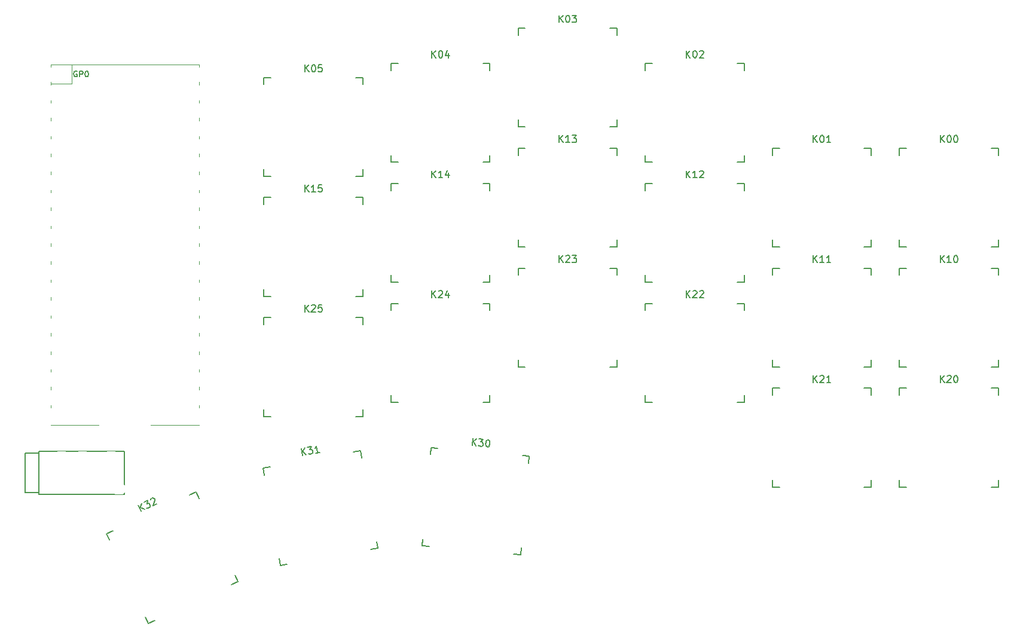
<source format=gbr>
%TF.GenerationSoftware,KiCad,Pcbnew,7.0.5*%
%TF.CreationDate,2023-07-11T21:22:30+02:00*%
%TF.ProjectId,keyboard_pcb,6b657962-6f61-4726-945f-7063622e6b69,rev1.0*%
%TF.SameCoordinates,Original*%
%TF.FileFunction,Legend,Top*%
%TF.FilePolarity,Positive*%
%FSLAX46Y46*%
G04 Gerber Fmt 4.6, Leading zero omitted, Abs format (unit mm)*
G04 Created by KiCad (PCBNEW 7.0.5) date 2023-07-11 21:22:30*
%MOMM*%
%LPD*%
G01*
G04 APERTURE LIST*
%ADD10C,0.150000*%
%ADD11C,0.120000*%
%ADD12C,3.429000*%
%ADD13C,1.701800*%
%ADD14C,3.000000*%
%ADD15C,2.032000*%
%ADD16O,1.500000X1.500000*%
%ADD17O,1.800000X1.800000*%
%ADD18R,3.500000X1.700000*%
%ADD19O,1.700000X1.700000*%
%ADD20R,1.700000X1.700000*%
%ADD21C,0.800000*%
%ADD22O,2.000000X1.600000*%
%ADD23C,2.200000*%
%ADD24C,0.500000*%
G04 APERTURE END LIST*
D10*
%TO.C,K25*%
X104025714Y-86199819D02*
X104025714Y-85199819D01*
X104597142Y-86199819D02*
X104168571Y-85628390D01*
X104597142Y-85199819D02*
X104025714Y-85771247D01*
X104978095Y-85295057D02*
X105025714Y-85247438D01*
X105025714Y-85247438D02*
X105120952Y-85199819D01*
X105120952Y-85199819D02*
X105359047Y-85199819D01*
X105359047Y-85199819D02*
X105454285Y-85247438D01*
X105454285Y-85247438D02*
X105501904Y-85295057D01*
X105501904Y-85295057D02*
X105549523Y-85390295D01*
X105549523Y-85390295D02*
X105549523Y-85485533D01*
X105549523Y-85485533D02*
X105501904Y-85628390D01*
X105501904Y-85628390D02*
X104930476Y-86199819D01*
X104930476Y-86199819D02*
X105549523Y-86199819D01*
X106454285Y-85199819D02*
X105978095Y-85199819D01*
X105978095Y-85199819D02*
X105930476Y-85676009D01*
X105930476Y-85676009D02*
X105978095Y-85628390D01*
X105978095Y-85628390D02*
X106073333Y-85580771D01*
X106073333Y-85580771D02*
X106311428Y-85580771D01*
X106311428Y-85580771D02*
X106406666Y-85628390D01*
X106406666Y-85628390D02*
X106454285Y-85676009D01*
X106454285Y-85676009D02*
X106501904Y-85771247D01*
X106501904Y-85771247D02*
X106501904Y-86009342D01*
X106501904Y-86009342D02*
X106454285Y-86104580D01*
X106454285Y-86104580D02*
X106406666Y-86152200D01*
X106406666Y-86152200D02*
X106311428Y-86199819D01*
X106311428Y-86199819D02*
X106073333Y-86199819D01*
X106073333Y-86199819D02*
X105978095Y-86152200D01*
X105978095Y-86152200D02*
X105930476Y-86104580D01*
%TO.C,K24*%
X122025714Y-84199819D02*
X122025714Y-83199819D01*
X122597142Y-84199819D02*
X122168571Y-83628390D01*
X122597142Y-83199819D02*
X122025714Y-83771247D01*
X122978095Y-83295057D02*
X123025714Y-83247438D01*
X123025714Y-83247438D02*
X123120952Y-83199819D01*
X123120952Y-83199819D02*
X123359047Y-83199819D01*
X123359047Y-83199819D02*
X123454285Y-83247438D01*
X123454285Y-83247438D02*
X123501904Y-83295057D01*
X123501904Y-83295057D02*
X123549523Y-83390295D01*
X123549523Y-83390295D02*
X123549523Y-83485533D01*
X123549523Y-83485533D02*
X123501904Y-83628390D01*
X123501904Y-83628390D02*
X122930476Y-84199819D01*
X122930476Y-84199819D02*
X123549523Y-84199819D01*
X124406666Y-83533152D02*
X124406666Y-84199819D01*
X124168571Y-83152200D02*
X123930476Y-83866485D01*
X123930476Y-83866485D02*
X124549523Y-83866485D01*
%TO.C,K21*%
X176025714Y-96199819D02*
X176025714Y-95199819D01*
X176597142Y-96199819D02*
X176168571Y-95628390D01*
X176597142Y-95199819D02*
X176025714Y-95771247D01*
X176978095Y-95295057D02*
X177025714Y-95247438D01*
X177025714Y-95247438D02*
X177120952Y-95199819D01*
X177120952Y-95199819D02*
X177359047Y-95199819D01*
X177359047Y-95199819D02*
X177454285Y-95247438D01*
X177454285Y-95247438D02*
X177501904Y-95295057D01*
X177501904Y-95295057D02*
X177549523Y-95390295D01*
X177549523Y-95390295D02*
X177549523Y-95485533D01*
X177549523Y-95485533D02*
X177501904Y-95628390D01*
X177501904Y-95628390D02*
X176930476Y-96199819D01*
X176930476Y-96199819D02*
X177549523Y-96199819D01*
X178501904Y-96199819D02*
X177930476Y-96199819D01*
X178216190Y-96199819D02*
X178216190Y-95199819D01*
X178216190Y-95199819D02*
X178120952Y-95342676D01*
X178120952Y-95342676D02*
X178025714Y-95437914D01*
X178025714Y-95437914D02*
X177930476Y-95485533D01*
%TO.C,K02*%
X158025714Y-50199819D02*
X158025714Y-49199819D01*
X158597142Y-50199819D02*
X158168571Y-49628390D01*
X158597142Y-49199819D02*
X158025714Y-49771247D01*
X159216190Y-49199819D02*
X159311428Y-49199819D01*
X159311428Y-49199819D02*
X159406666Y-49247438D01*
X159406666Y-49247438D02*
X159454285Y-49295057D01*
X159454285Y-49295057D02*
X159501904Y-49390295D01*
X159501904Y-49390295D02*
X159549523Y-49580771D01*
X159549523Y-49580771D02*
X159549523Y-49818866D01*
X159549523Y-49818866D02*
X159501904Y-50009342D01*
X159501904Y-50009342D02*
X159454285Y-50104580D01*
X159454285Y-50104580D02*
X159406666Y-50152200D01*
X159406666Y-50152200D02*
X159311428Y-50199819D01*
X159311428Y-50199819D02*
X159216190Y-50199819D01*
X159216190Y-50199819D02*
X159120952Y-50152200D01*
X159120952Y-50152200D02*
X159073333Y-50104580D01*
X159073333Y-50104580D02*
X159025714Y-50009342D01*
X159025714Y-50009342D02*
X158978095Y-49818866D01*
X158978095Y-49818866D02*
X158978095Y-49580771D01*
X158978095Y-49580771D02*
X159025714Y-49390295D01*
X159025714Y-49390295D02*
X159073333Y-49295057D01*
X159073333Y-49295057D02*
X159120952Y-49247438D01*
X159120952Y-49247438D02*
X159216190Y-49199819D01*
X159930476Y-49295057D02*
X159978095Y-49247438D01*
X159978095Y-49247438D02*
X160073333Y-49199819D01*
X160073333Y-49199819D02*
X160311428Y-49199819D01*
X160311428Y-49199819D02*
X160406666Y-49247438D01*
X160406666Y-49247438D02*
X160454285Y-49295057D01*
X160454285Y-49295057D02*
X160501904Y-49390295D01*
X160501904Y-49390295D02*
X160501904Y-49485533D01*
X160501904Y-49485533D02*
X160454285Y-49628390D01*
X160454285Y-49628390D02*
X159882857Y-50199819D01*
X159882857Y-50199819D02*
X160501904Y-50199819D01*
%TO.C,K10*%
X194025714Y-79199819D02*
X194025714Y-78199819D01*
X194597142Y-79199819D02*
X194168571Y-78628390D01*
X194597142Y-78199819D02*
X194025714Y-78771247D01*
X195549523Y-79199819D02*
X194978095Y-79199819D01*
X195263809Y-79199819D02*
X195263809Y-78199819D01*
X195263809Y-78199819D02*
X195168571Y-78342676D01*
X195168571Y-78342676D02*
X195073333Y-78437914D01*
X195073333Y-78437914D02*
X194978095Y-78485533D01*
X196168571Y-78199819D02*
X196263809Y-78199819D01*
X196263809Y-78199819D02*
X196359047Y-78247438D01*
X196359047Y-78247438D02*
X196406666Y-78295057D01*
X196406666Y-78295057D02*
X196454285Y-78390295D01*
X196454285Y-78390295D02*
X196501904Y-78580771D01*
X196501904Y-78580771D02*
X196501904Y-78818866D01*
X196501904Y-78818866D02*
X196454285Y-79009342D01*
X196454285Y-79009342D02*
X196406666Y-79104580D01*
X196406666Y-79104580D02*
X196359047Y-79152200D01*
X196359047Y-79152200D02*
X196263809Y-79199819D01*
X196263809Y-79199819D02*
X196168571Y-79199819D01*
X196168571Y-79199819D02*
X196073333Y-79152200D01*
X196073333Y-79152200D02*
X196025714Y-79104580D01*
X196025714Y-79104580D02*
X195978095Y-79009342D01*
X195978095Y-79009342D02*
X195930476Y-78818866D01*
X195930476Y-78818866D02*
X195930476Y-78580771D01*
X195930476Y-78580771D02*
X195978095Y-78390295D01*
X195978095Y-78390295D02*
X196025714Y-78295057D01*
X196025714Y-78295057D02*
X196073333Y-78247438D01*
X196073333Y-78247438D02*
X196168571Y-78199819D01*
%TO.C,U2*%
X71762171Y-52141890D02*
X71685981Y-52103795D01*
X71685981Y-52103795D02*
X71571695Y-52103795D01*
X71571695Y-52103795D02*
X71457409Y-52141890D01*
X71457409Y-52141890D02*
X71381219Y-52218080D01*
X71381219Y-52218080D02*
X71343124Y-52294271D01*
X71343124Y-52294271D02*
X71305028Y-52446652D01*
X71305028Y-52446652D02*
X71305028Y-52560938D01*
X71305028Y-52560938D02*
X71343124Y-52713319D01*
X71343124Y-52713319D02*
X71381219Y-52789509D01*
X71381219Y-52789509D02*
X71457409Y-52865700D01*
X71457409Y-52865700D02*
X71571695Y-52903795D01*
X71571695Y-52903795D02*
X71647886Y-52903795D01*
X71647886Y-52903795D02*
X71762171Y-52865700D01*
X71762171Y-52865700D02*
X71800267Y-52827604D01*
X71800267Y-52827604D02*
X71800267Y-52560938D01*
X71800267Y-52560938D02*
X71647886Y-52560938D01*
X72143124Y-52903795D02*
X72143124Y-52103795D01*
X72143124Y-52103795D02*
X72447886Y-52103795D01*
X72447886Y-52103795D02*
X72524076Y-52141890D01*
X72524076Y-52141890D02*
X72562171Y-52179985D01*
X72562171Y-52179985D02*
X72600267Y-52256176D01*
X72600267Y-52256176D02*
X72600267Y-52370461D01*
X72600267Y-52370461D02*
X72562171Y-52446652D01*
X72562171Y-52446652D02*
X72524076Y-52484747D01*
X72524076Y-52484747D02*
X72447886Y-52522842D01*
X72447886Y-52522842D02*
X72143124Y-52522842D01*
X73095505Y-52103795D02*
X73171695Y-52103795D01*
X73171695Y-52103795D02*
X73247886Y-52141890D01*
X73247886Y-52141890D02*
X73285981Y-52179985D01*
X73285981Y-52179985D02*
X73324076Y-52256176D01*
X73324076Y-52256176D02*
X73362171Y-52408557D01*
X73362171Y-52408557D02*
X73362171Y-52599033D01*
X73362171Y-52599033D02*
X73324076Y-52751414D01*
X73324076Y-52751414D02*
X73285981Y-52827604D01*
X73285981Y-52827604D02*
X73247886Y-52865700D01*
X73247886Y-52865700D02*
X73171695Y-52903795D01*
X73171695Y-52903795D02*
X73095505Y-52903795D01*
X73095505Y-52903795D02*
X73019314Y-52865700D01*
X73019314Y-52865700D02*
X72981219Y-52827604D01*
X72981219Y-52827604D02*
X72943124Y-52751414D01*
X72943124Y-52751414D02*
X72905028Y-52599033D01*
X72905028Y-52599033D02*
X72905028Y-52408557D01*
X72905028Y-52408557D02*
X72943124Y-52256176D01*
X72943124Y-52256176D02*
X72981219Y-52179985D01*
X72981219Y-52179985D02*
X73019314Y-52141890D01*
X73019314Y-52141890D02*
X73095505Y-52103795D01*
%TO.C,K04*%
X122025714Y-50199819D02*
X122025714Y-49199819D01*
X122597142Y-50199819D02*
X122168571Y-49628390D01*
X122597142Y-49199819D02*
X122025714Y-49771247D01*
X123216190Y-49199819D02*
X123311428Y-49199819D01*
X123311428Y-49199819D02*
X123406666Y-49247438D01*
X123406666Y-49247438D02*
X123454285Y-49295057D01*
X123454285Y-49295057D02*
X123501904Y-49390295D01*
X123501904Y-49390295D02*
X123549523Y-49580771D01*
X123549523Y-49580771D02*
X123549523Y-49818866D01*
X123549523Y-49818866D02*
X123501904Y-50009342D01*
X123501904Y-50009342D02*
X123454285Y-50104580D01*
X123454285Y-50104580D02*
X123406666Y-50152200D01*
X123406666Y-50152200D02*
X123311428Y-50199819D01*
X123311428Y-50199819D02*
X123216190Y-50199819D01*
X123216190Y-50199819D02*
X123120952Y-50152200D01*
X123120952Y-50152200D02*
X123073333Y-50104580D01*
X123073333Y-50104580D02*
X123025714Y-50009342D01*
X123025714Y-50009342D02*
X122978095Y-49818866D01*
X122978095Y-49818866D02*
X122978095Y-49580771D01*
X122978095Y-49580771D02*
X123025714Y-49390295D01*
X123025714Y-49390295D02*
X123073333Y-49295057D01*
X123073333Y-49295057D02*
X123120952Y-49247438D01*
X123120952Y-49247438D02*
X123216190Y-49199819D01*
X124406666Y-49533152D02*
X124406666Y-50199819D01*
X124168571Y-49152200D02*
X123930476Y-49866485D01*
X123930476Y-49866485D02*
X124549523Y-49866485D01*
%TO.C,K12*%
X158025714Y-67199819D02*
X158025714Y-66199819D01*
X158597142Y-67199819D02*
X158168571Y-66628390D01*
X158597142Y-66199819D02*
X158025714Y-66771247D01*
X159549523Y-67199819D02*
X158978095Y-67199819D01*
X159263809Y-67199819D02*
X159263809Y-66199819D01*
X159263809Y-66199819D02*
X159168571Y-66342676D01*
X159168571Y-66342676D02*
X159073333Y-66437914D01*
X159073333Y-66437914D02*
X158978095Y-66485533D01*
X159930476Y-66295057D02*
X159978095Y-66247438D01*
X159978095Y-66247438D02*
X160073333Y-66199819D01*
X160073333Y-66199819D02*
X160311428Y-66199819D01*
X160311428Y-66199819D02*
X160406666Y-66247438D01*
X160406666Y-66247438D02*
X160454285Y-66295057D01*
X160454285Y-66295057D02*
X160501904Y-66390295D01*
X160501904Y-66390295D02*
X160501904Y-66485533D01*
X160501904Y-66485533D02*
X160454285Y-66628390D01*
X160454285Y-66628390D02*
X159882857Y-67199819D01*
X159882857Y-67199819D02*
X160501904Y-67199819D01*
%TO.C,K30*%
X127710165Y-105123669D02*
X127797321Y-104127474D01*
X128279419Y-105173472D02*
X127902282Y-104566866D01*
X128366575Y-104177277D02*
X127747518Y-104696728D01*
X128698640Y-104206329D02*
X129315332Y-104260283D01*
X129315332Y-104260283D02*
X128950065Y-104610734D01*
X128950065Y-104610734D02*
X129092379Y-104623185D01*
X129092379Y-104623185D02*
X129183104Y-104678923D01*
X129183104Y-104678923D02*
X129226392Y-104730511D01*
X129226392Y-104730511D02*
X129265529Y-104829537D01*
X129265529Y-104829537D02*
X129244777Y-105066726D01*
X129244777Y-105066726D02*
X129189039Y-105157452D01*
X129189039Y-105157452D02*
X129137451Y-105200739D01*
X129137451Y-105200739D02*
X129038425Y-105239877D01*
X129038425Y-105239877D02*
X128753798Y-105214975D01*
X128753798Y-105214975D02*
X128663072Y-105159236D01*
X128663072Y-105159236D02*
X128619785Y-105107648D01*
X129932024Y-104314236D02*
X130026900Y-104322537D01*
X130026900Y-104322537D02*
X130117625Y-104378275D01*
X130117625Y-104378275D02*
X130160913Y-104429864D01*
X130160913Y-104429864D02*
X130200050Y-104528889D01*
X130200050Y-104528889D02*
X130230887Y-104722791D01*
X130230887Y-104722791D02*
X130210135Y-104959980D01*
X130210135Y-104959980D02*
X130146096Y-105145581D01*
X130146096Y-105145581D02*
X130090358Y-105236307D01*
X130090358Y-105236307D02*
X130038770Y-105279594D01*
X130038770Y-105279594D02*
X129939744Y-105318732D01*
X129939744Y-105318732D02*
X129844868Y-105310431D01*
X129844868Y-105310431D02*
X129754143Y-105254693D01*
X129754143Y-105254693D02*
X129710855Y-105203105D01*
X129710855Y-105203105D02*
X129671718Y-105104079D01*
X129671718Y-105104079D02*
X129640881Y-104910177D01*
X129640881Y-104910177D02*
X129661633Y-104672988D01*
X129661633Y-104672988D02*
X129725672Y-104487387D01*
X129725672Y-104487387D02*
X129781410Y-104396661D01*
X129781410Y-104396661D02*
X129832998Y-104353374D01*
X129832998Y-104353374D02*
X129932024Y-104314236D01*
%TO.C,K01*%
X176025714Y-62199819D02*
X176025714Y-61199819D01*
X176597142Y-62199819D02*
X176168571Y-61628390D01*
X176597142Y-61199819D02*
X176025714Y-61771247D01*
X177216190Y-61199819D02*
X177311428Y-61199819D01*
X177311428Y-61199819D02*
X177406666Y-61247438D01*
X177406666Y-61247438D02*
X177454285Y-61295057D01*
X177454285Y-61295057D02*
X177501904Y-61390295D01*
X177501904Y-61390295D02*
X177549523Y-61580771D01*
X177549523Y-61580771D02*
X177549523Y-61818866D01*
X177549523Y-61818866D02*
X177501904Y-62009342D01*
X177501904Y-62009342D02*
X177454285Y-62104580D01*
X177454285Y-62104580D02*
X177406666Y-62152200D01*
X177406666Y-62152200D02*
X177311428Y-62199819D01*
X177311428Y-62199819D02*
X177216190Y-62199819D01*
X177216190Y-62199819D02*
X177120952Y-62152200D01*
X177120952Y-62152200D02*
X177073333Y-62104580D01*
X177073333Y-62104580D02*
X177025714Y-62009342D01*
X177025714Y-62009342D02*
X176978095Y-61818866D01*
X176978095Y-61818866D02*
X176978095Y-61580771D01*
X176978095Y-61580771D02*
X177025714Y-61390295D01*
X177025714Y-61390295D02*
X177073333Y-61295057D01*
X177073333Y-61295057D02*
X177120952Y-61247438D01*
X177120952Y-61247438D02*
X177216190Y-61199819D01*
X178501904Y-62199819D02*
X177930476Y-62199819D01*
X178216190Y-62199819D02*
X178216190Y-61199819D01*
X178216190Y-61199819D02*
X178120952Y-61342676D01*
X178120952Y-61342676D02*
X178025714Y-61437914D01*
X178025714Y-61437914D02*
X177930476Y-61485533D01*
%TO.C,K14*%
X122025714Y-67199819D02*
X122025714Y-66199819D01*
X122597142Y-67199819D02*
X122168571Y-66628390D01*
X122597142Y-66199819D02*
X122025714Y-66771247D01*
X123549523Y-67199819D02*
X122978095Y-67199819D01*
X123263809Y-67199819D02*
X123263809Y-66199819D01*
X123263809Y-66199819D02*
X123168571Y-66342676D01*
X123168571Y-66342676D02*
X123073333Y-66437914D01*
X123073333Y-66437914D02*
X122978095Y-66485533D01*
X124406666Y-66533152D02*
X124406666Y-67199819D01*
X124168571Y-66152200D02*
X123930476Y-66866485D01*
X123930476Y-66866485D02*
X124549523Y-66866485D01*
%TO.C,K23*%
X140025714Y-79199819D02*
X140025714Y-78199819D01*
X140597142Y-79199819D02*
X140168571Y-78628390D01*
X140597142Y-78199819D02*
X140025714Y-78771247D01*
X140978095Y-78295057D02*
X141025714Y-78247438D01*
X141025714Y-78247438D02*
X141120952Y-78199819D01*
X141120952Y-78199819D02*
X141359047Y-78199819D01*
X141359047Y-78199819D02*
X141454285Y-78247438D01*
X141454285Y-78247438D02*
X141501904Y-78295057D01*
X141501904Y-78295057D02*
X141549523Y-78390295D01*
X141549523Y-78390295D02*
X141549523Y-78485533D01*
X141549523Y-78485533D02*
X141501904Y-78628390D01*
X141501904Y-78628390D02*
X140930476Y-79199819D01*
X140930476Y-79199819D02*
X141549523Y-79199819D01*
X141882857Y-78199819D02*
X142501904Y-78199819D01*
X142501904Y-78199819D02*
X142168571Y-78580771D01*
X142168571Y-78580771D02*
X142311428Y-78580771D01*
X142311428Y-78580771D02*
X142406666Y-78628390D01*
X142406666Y-78628390D02*
X142454285Y-78676009D01*
X142454285Y-78676009D02*
X142501904Y-78771247D01*
X142501904Y-78771247D02*
X142501904Y-79009342D01*
X142501904Y-79009342D02*
X142454285Y-79104580D01*
X142454285Y-79104580D02*
X142406666Y-79152200D01*
X142406666Y-79152200D02*
X142311428Y-79199819D01*
X142311428Y-79199819D02*
X142025714Y-79199819D01*
X142025714Y-79199819D02*
X141930476Y-79152200D01*
X141930476Y-79152200D02*
X141882857Y-79104580D01*
%TO.C,K03*%
X140025714Y-45199819D02*
X140025714Y-44199819D01*
X140597142Y-45199819D02*
X140168571Y-44628390D01*
X140597142Y-44199819D02*
X140025714Y-44771247D01*
X141216190Y-44199819D02*
X141311428Y-44199819D01*
X141311428Y-44199819D02*
X141406666Y-44247438D01*
X141406666Y-44247438D02*
X141454285Y-44295057D01*
X141454285Y-44295057D02*
X141501904Y-44390295D01*
X141501904Y-44390295D02*
X141549523Y-44580771D01*
X141549523Y-44580771D02*
X141549523Y-44818866D01*
X141549523Y-44818866D02*
X141501904Y-45009342D01*
X141501904Y-45009342D02*
X141454285Y-45104580D01*
X141454285Y-45104580D02*
X141406666Y-45152200D01*
X141406666Y-45152200D02*
X141311428Y-45199819D01*
X141311428Y-45199819D02*
X141216190Y-45199819D01*
X141216190Y-45199819D02*
X141120952Y-45152200D01*
X141120952Y-45152200D02*
X141073333Y-45104580D01*
X141073333Y-45104580D02*
X141025714Y-45009342D01*
X141025714Y-45009342D02*
X140978095Y-44818866D01*
X140978095Y-44818866D02*
X140978095Y-44580771D01*
X140978095Y-44580771D02*
X141025714Y-44390295D01*
X141025714Y-44390295D02*
X141073333Y-44295057D01*
X141073333Y-44295057D02*
X141120952Y-44247438D01*
X141120952Y-44247438D02*
X141216190Y-44199819D01*
X141882857Y-44199819D02*
X142501904Y-44199819D01*
X142501904Y-44199819D02*
X142168571Y-44580771D01*
X142168571Y-44580771D02*
X142311428Y-44580771D01*
X142311428Y-44580771D02*
X142406666Y-44628390D01*
X142406666Y-44628390D02*
X142454285Y-44676009D01*
X142454285Y-44676009D02*
X142501904Y-44771247D01*
X142501904Y-44771247D02*
X142501904Y-45009342D01*
X142501904Y-45009342D02*
X142454285Y-45104580D01*
X142454285Y-45104580D02*
X142406666Y-45152200D01*
X142406666Y-45152200D02*
X142311428Y-45199819D01*
X142311428Y-45199819D02*
X142025714Y-45199819D01*
X142025714Y-45199819D02*
X141930476Y-45152200D01*
X141930476Y-45152200D02*
X141882857Y-45104580D01*
%TO.C,K22*%
X158025714Y-84199819D02*
X158025714Y-83199819D01*
X158597142Y-84199819D02*
X158168571Y-83628390D01*
X158597142Y-83199819D02*
X158025714Y-83771247D01*
X158978095Y-83295057D02*
X159025714Y-83247438D01*
X159025714Y-83247438D02*
X159120952Y-83199819D01*
X159120952Y-83199819D02*
X159359047Y-83199819D01*
X159359047Y-83199819D02*
X159454285Y-83247438D01*
X159454285Y-83247438D02*
X159501904Y-83295057D01*
X159501904Y-83295057D02*
X159549523Y-83390295D01*
X159549523Y-83390295D02*
X159549523Y-83485533D01*
X159549523Y-83485533D02*
X159501904Y-83628390D01*
X159501904Y-83628390D02*
X158930476Y-84199819D01*
X158930476Y-84199819D02*
X159549523Y-84199819D01*
X159930476Y-83295057D02*
X159978095Y-83247438D01*
X159978095Y-83247438D02*
X160073333Y-83199819D01*
X160073333Y-83199819D02*
X160311428Y-83199819D01*
X160311428Y-83199819D02*
X160406666Y-83247438D01*
X160406666Y-83247438D02*
X160454285Y-83295057D01*
X160454285Y-83295057D02*
X160501904Y-83390295D01*
X160501904Y-83390295D02*
X160501904Y-83485533D01*
X160501904Y-83485533D02*
X160454285Y-83628390D01*
X160454285Y-83628390D02*
X159882857Y-84199819D01*
X159882857Y-84199819D02*
X160501904Y-84199819D01*
%TO.C,K15*%
X104025714Y-69199819D02*
X104025714Y-68199819D01*
X104597142Y-69199819D02*
X104168571Y-68628390D01*
X104597142Y-68199819D02*
X104025714Y-68771247D01*
X105549523Y-69199819D02*
X104978095Y-69199819D01*
X105263809Y-69199819D02*
X105263809Y-68199819D01*
X105263809Y-68199819D02*
X105168571Y-68342676D01*
X105168571Y-68342676D02*
X105073333Y-68437914D01*
X105073333Y-68437914D02*
X104978095Y-68485533D01*
X106454285Y-68199819D02*
X105978095Y-68199819D01*
X105978095Y-68199819D02*
X105930476Y-68676009D01*
X105930476Y-68676009D02*
X105978095Y-68628390D01*
X105978095Y-68628390D02*
X106073333Y-68580771D01*
X106073333Y-68580771D02*
X106311428Y-68580771D01*
X106311428Y-68580771D02*
X106406666Y-68628390D01*
X106406666Y-68628390D02*
X106454285Y-68676009D01*
X106454285Y-68676009D02*
X106501904Y-68771247D01*
X106501904Y-68771247D02*
X106501904Y-69009342D01*
X106501904Y-69009342D02*
X106454285Y-69104580D01*
X106454285Y-69104580D02*
X106406666Y-69152200D01*
X106406666Y-69152200D02*
X106311428Y-69199819D01*
X106311428Y-69199819D02*
X106073333Y-69199819D01*
X106073333Y-69199819D02*
X105978095Y-69152200D01*
X105978095Y-69152200D02*
X105930476Y-69104580D01*
%TO.C,K32*%
X80842984Y-114443814D02*
X80420365Y-113537506D01*
X81360874Y-114202318D02*
X80730960Y-113865550D01*
X80938256Y-113296010D02*
X80661862Y-114055396D01*
X81240358Y-113155137D02*
X81801406Y-112893516D01*
X81801406Y-112893516D02*
X81660301Y-113379649D01*
X81660301Y-113379649D02*
X81789773Y-113319275D01*
X81789773Y-113319275D02*
X81896213Y-113322183D01*
X81896213Y-113322183D02*
X81959495Y-113345216D01*
X81959495Y-113345216D02*
X82042902Y-113411407D01*
X82042902Y-113411407D02*
X82143525Y-113627194D01*
X82143525Y-113627194D02*
X82140617Y-113733634D01*
X82140617Y-113733634D02*
X82117584Y-113796916D01*
X82117584Y-113796916D02*
X82051394Y-113880323D01*
X82051394Y-113880323D02*
X81792449Y-114001071D01*
X81792449Y-114001071D02*
X81686009Y-113998163D01*
X81686009Y-113998163D02*
X81622727Y-113975130D01*
X82186915Y-112818834D02*
X82209948Y-112755552D01*
X82209948Y-112755552D02*
X82276139Y-112672145D01*
X82276139Y-112672145D02*
X82491926Y-112571521D01*
X82491926Y-112571521D02*
X82598366Y-112574430D01*
X82598366Y-112574430D02*
X82661648Y-112597462D01*
X82661648Y-112597462D02*
X82745055Y-112663653D01*
X82745055Y-112663653D02*
X82785304Y-112749968D01*
X82785304Y-112749968D02*
X82802521Y-112899565D01*
X82802521Y-112899565D02*
X82526127Y-113658951D01*
X82526127Y-113658951D02*
X83087174Y-113397331D01*
%TO.C,K11*%
X176025714Y-79199819D02*
X176025714Y-78199819D01*
X176597142Y-79199819D02*
X176168571Y-78628390D01*
X176597142Y-78199819D02*
X176025714Y-78771247D01*
X177549523Y-79199819D02*
X176978095Y-79199819D01*
X177263809Y-79199819D02*
X177263809Y-78199819D01*
X177263809Y-78199819D02*
X177168571Y-78342676D01*
X177168571Y-78342676D02*
X177073333Y-78437914D01*
X177073333Y-78437914D02*
X176978095Y-78485533D01*
X178501904Y-79199819D02*
X177930476Y-79199819D01*
X178216190Y-79199819D02*
X178216190Y-78199819D01*
X178216190Y-78199819D02*
X178120952Y-78342676D01*
X178120952Y-78342676D02*
X178025714Y-78437914D01*
X178025714Y-78437914D02*
X177930476Y-78485533D01*
%TO.C,K05*%
X104025714Y-52199819D02*
X104025714Y-51199819D01*
X104597142Y-52199819D02*
X104168571Y-51628390D01*
X104597142Y-51199819D02*
X104025714Y-51771247D01*
X105216190Y-51199819D02*
X105311428Y-51199819D01*
X105311428Y-51199819D02*
X105406666Y-51247438D01*
X105406666Y-51247438D02*
X105454285Y-51295057D01*
X105454285Y-51295057D02*
X105501904Y-51390295D01*
X105501904Y-51390295D02*
X105549523Y-51580771D01*
X105549523Y-51580771D02*
X105549523Y-51818866D01*
X105549523Y-51818866D02*
X105501904Y-52009342D01*
X105501904Y-52009342D02*
X105454285Y-52104580D01*
X105454285Y-52104580D02*
X105406666Y-52152200D01*
X105406666Y-52152200D02*
X105311428Y-52199819D01*
X105311428Y-52199819D02*
X105216190Y-52199819D01*
X105216190Y-52199819D02*
X105120952Y-52152200D01*
X105120952Y-52152200D02*
X105073333Y-52104580D01*
X105073333Y-52104580D02*
X105025714Y-52009342D01*
X105025714Y-52009342D02*
X104978095Y-51818866D01*
X104978095Y-51818866D02*
X104978095Y-51580771D01*
X104978095Y-51580771D02*
X105025714Y-51390295D01*
X105025714Y-51390295D02*
X105073333Y-51295057D01*
X105073333Y-51295057D02*
X105120952Y-51247438D01*
X105120952Y-51247438D02*
X105216190Y-51199819D01*
X106454285Y-51199819D02*
X105978095Y-51199819D01*
X105978095Y-51199819D02*
X105930476Y-51676009D01*
X105930476Y-51676009D02*
X105978095Y-51628390D01*
X105978095Y-51628390D02*
X106073333Y-51580771D01*
X106073333Y-51580771D02*
X106311428Y-51580771D01*
X106311428Y-51580771D02*
X106406666Y-51628390D01*
X106406666Y-51628390D02*
X106454285Y-51676009D01*
X106454285Y-51676009D02*
X106501904Y-51771247D01*
X106501904Y-51771247D02*
X106501904Y-52009342D01*
X106501904Y-52009342D02*
X106454285Y-52104580D01*
X106454285Y-52104580D02*
X106406666Y-52152200D01*
X106406666Y-52152200D02*
X106311428Y-52199819D01*
X106311428Y-52199819D02*
X106073333Y-52199819D01*
X106073333Y-52199819D02*
X105978095Y-52152200D01*
X105978095Y-52152200D02*
X105930476Y-52104580D01*
%TO.C,K20*%
X194025714Y-96199819D02*
X194025714Y-95199819D01*
X194597142Y-96199819D02*
X194168571Y-95628390D01*
X194597142Y-95199819D02*
X194025714Y-95771247D01*
X194978095Y-95295057D02*
X195025714Y-95247438D01*
X195025714Y-95247438D02*
X195120952Y-95199819D01*
X195120952Y-95199819D02*
X195359047Y-95199819D01*
X195359047Y-95199819D02*
X195454285Y-95247438D01*
X195454285Y-95247438D02*
X195501904Y-95295057D01*
X195501904Y-95295057D02*
X195549523Y-95390295D01*
X195549523Y-95390295D02*
X195549523Y-95485533D01*
X195549523Y-95485533D02*
X195501904Y-95628390D01*
X195501904Y-95628390D02*
X194930476Y-96199819D01*
X194930476Y-96199819D02*
X195549523Y-96199819D01*
X196168571Y-95199819D02*
X196263809Y-95199819D01*
X196263809Y-95199819D02*
X196359047Y-95247438D01*
X196359047Y-95247438D02*
X196406666Y-95295057D01*
X196406666Y-95295057D02*
X196454285Y-95390295D01*
X196454285Y-95390295D02*
X196501904Y-95580771D01*
X196501904Y-95580771D02*
X196501904Y-95818866D01*
X196501904Y-95818866D02*
X196454285Y-96009342D01*
X196454285Y-96009342D02*
X196406666Y-96104580D01*
X196406666Y-96104580D02*
X196359047Y-96152200D01*
X196359047Y-96152200D02*
X196263809Y-96199819D01*
X196263809Y-96199819D02*
X196168571Y-96199819D01*
X196168571Y-96199819D02*
X196073333Y-96152200D01*
X196073333Y-96152200D02*
X196025714Y-96104580D01*
X196025714Y-96104580D02*
X195978095Y-96009342D01*
X195978095Y-96009342D02*
X195930476Y-95818866D01*
X195930476Y-95818866D02*
X195930476Y-95580771D01*
X195930476Y-95580771D02*
X195978095Y-95390295D01*
X195978095Y-95390295D02*
X196025714Y-95295057D01*
X196025714Y-95295057D02*
X196073333Y-95247438D01*
X196073333Y-95247438D02*
X196168571Y-95199819D01*
%TO.C,K13*%
X140025714Y-62199819D02*
X140025714Y-61199819D01*
X140597142Y-62199819D02*
X140168571Y-61628390D01*
X140597142Y-61199819D02*
X140025714Y-61771247D01*
X141549523Y-62199819D02*
X140978095Y-62199819D01*
X141263809Y-62199819D02*
X141263809Y-61199819D01*
X141263809Y-61199819D02*
X141168571Y-61342676D01*
X141168571Y-61342676D02*
X141073333Y-61437914D01*
X141073333Y-61437914D02*
X140978095Y-61485533D01*
X141882857Y-61199819D02*
X142501904Y-61199819D01*
X142501904Y-61199819D02*
X142168571Y-61580771D01*
X142168571Y-61580771D02*
X142311428Y-61580771D01*
X142311428Y-61580771D02*
X142406666Y-61628390D01*
X142406666Y-61628390D02*
X142454285Y-61676009D01*
X142454285Y-61676009D02*
X142501904Y-61771247D01*
X142501904Y-61771247D02*
X142501904Y-62009342D01*
X142501904Y-62009342D02*
X142454285Y-62104580D01*
X142454285Y-62104580D02*
X142406666Y-62152200D01*
X142406666Y-62152200D02*
X142311428Y-62199819D01*
X142311428Y-62199819D02*
X142025714Y-62199819D01*
X142025714Y-62199819D02*
X141930476Y-62152200D01*
X141930476Y-62152200D02*
X141882857Y-62104580D01*
%TO.C,K00*%
X194025714Y-62199819D02*
X194025714Y-61199819D01*
X194597142Y-62199819D02*
X194168571Y-61628390D01*
X194597142Y-61199819D02*
X194025714Y-61771247D01*
X195216190Y-61199819D02*
X195311428Y-61199819D01*
X195311428Y-61199819D02*
X195406666Y-61247438D01*
X195406666Y-61247438D02*
X195454285Y-61295057D01*
X195454285Y-61295057D02*
X195501904Y-61390295D01*
X195501904Y-61390295D02*
X195549523Y-61580771D01*
X195549523Y-61580771D02*
X195549523Y-61818866D01*
X195549523Y-61818866D02*
X195501904Y-62009342D01*
X195501904Y-62009342D02*
X195454285Y-62104580D01*
X195454285Y-62104580D02*
X195406666Y-62152200D01*
X195406666Y-62152200D02*
X195311428Y-62199819D01*
X195311428Y-62199819D02*
X195216190Y-62199819D01*
X195216190Y-62199819D02*
X195120952Y-62152200D01*
X195120952Y-62152200D02*
X195073333Y-62104580D01*
X195073333Y-62104580D02*
X195025714Y-62009342D01*
X195025714Y-62009342D02*
X194978095Y-61818866D01*
X194978095Y-61818866D02*
X194978095Y-61580771D01*
X194978095Y-61580771D02*
X195025714Y-61390295D01*
X195025714Y-61390295D02*
X195073333Y-61295057D01*
X195073333Y-61295057D02*
X195120952Y-61247438D01*
X195120952Y-61247438D02*
X195216190Y-61199819D01*
X196168571Y-61199819D02*
X196263809Y-61199819D01*
X196263809Y-61199819D02*
X196359047Y-61247438D01*
X196359047Y-61247438D02*
X196406666Y-61295057D01*
X196406666Y-61295057D02*
X196454285Y-61390295D01*
X196454285Y-61390295D02*
X196501904Y-61580771D01*
X196501904Y-61580771D02*
X196501904Y-61818866D01*
X196501904Y-61818866D02*
X196454285Y-62009342D01*
X196454285Y-62009342D02*
X196406666Y-62104580D01*
X196406666Y-62104580D02*
X196359047Y-62152200D01*
X196359047Y-62152200D02*
X196263809Y-62199819D01*
X196263809Y-62199819D02*
X196168571Y-62199819D01*
X196168571Y-62199819D02*
X196073333Y-62152200D01*
X196073333Y-62152200D02*
X196025714Y-62104580D01*
X196025714Y-62104580D02*
X195978095Y-62009342D01*
X195978095Y-62009342D02*
X195930476Y-61818866D01*
X195930476Y-61818866D02*
X195930476Y-61580771D01*
X195930476Y-61580771D02*
X195978095Y-61390295D01*
X195978095Y-61390295D02*
X196025714Y-61295057D01*
X196025714Y-61295057D02*
X196073333Y-61247438D01*
X196073333Y-61247438D02*
X196168571Y-61199819D01*
%TO.C,K31*%
X103689674Y-106529179D02*
X103516026Y-105544372D01*
X104252421Y-106429952D02*
X103731133Y-105941625D01*
X104078773Y-105445144D02*
X103615253Y-106107119D01*
X104407042Y-105387261D02*
X105016685Y-105279765D01*
X105016685Y-105279765D02*
X104754568Y-105712812D01*
X104754568Y-105712812D02*
X104895254Y-105688006D01*
X104895254Y-105688006D02*
X104997315Y-105718363D01*
X104997315Y-105718363D02*
X105052479Y-105756990D01*
X105052479Y-105756990D02*
X105115913Y-105842512D01*
X105115913Y-105842512D02*
X105157258Y-106076990D01*
X105157258Y-106076990D02*
X105126900Y-106179050D01*
X105126900Y-106179050D02*
X105088273Y-106234215D01*
X105088273Y-106234215D02*
X105002751Y-106297648D01*
X105002751Y-106297648D02*
X104721377Y-106347262D01*
X104721377Y-106347262D02*
X104619317Y-106316905D01*
X104619317Y-106316905D02*
X104564153Y-106278278D01*
X106128246Y-106099193D02*
X105565498Y-106198421D01*
X105846872Y-106148807D02*
X105673224Y-105163999D01*
X105673224Y-105163999D02*
X105604239Y-105321224D01*
X105604239Y-105321224D02*
X105526986Y-105431553D01*
X105526986Y-105431553D02*
X105441464Y-105494987D01*
%TO.C,K25*%
X98240000Y-88000000D02*
X98240000Y-87000000D01*
X99240000Y-87000000D02*
X98240000Y-87000000D01*
X98240000Y-101000000D02*
X99240000Y-101000000D01*
X112240000Y-87000000D02*
X112240000Y-88000000D01*
X111240000Y-101000000D02*
X112240000Y-101000000D01*
X112240000Y-100000000D02*
X112240000Y-101000000D01*
X112240000Y-87000000D02*
X111240000Y-87000000D01*
X98240000Y-101000000D02*
X98240000Y-100000000D01*
%TO.C,K24*%
X116240000Y-99000000D02*
X116240000Y-98000000D01*
X130240000Y-98000000D02*
X130240000Y-99000000D01*
X116240000Y-99000000D02*
X117240000Y-99000000D01*
X130240000Y-85000000D02*
X130240000Y-86000000D01*
X116240000Y-86000000D02*
X116240000Y-85000000D01*
X130240000Y-85000000D02*
X129240000Y-85000000D01*
X117240000Y-85000000D02*
X116240000Y-85000000D01*
X129240000Y-99000000D02*
X130240000Y-99000000D01*
%TO.C,K21*%
X170240000Y-111000000D02*
X170240000Y-110000000D01*
X184240000Y-97000000D02*
X183240000Y-97000000D01*
X184240000Y-97000000D02*
X184240000Y-98000000D01*
X170240000Y-98000000D02*
X170240000Y-97000000D01*
X184240000Y-110000000D02*
X184240000Y-111000000D01*
X171240000Y-97000000D02*
X170240000Y-97000000D01*
X170240000Y-111000000D02*
X171240000Y-111000000D01*
X183240000Y-111000000D02*
X184240000Y-111000000D01*
%TO.C,K02*%
X152240000Y-65000000D02*
X153240000Y-65000000D01*
X153240000Y-51000000D02*
X152240000Y-51000000D01*
X166240000Y-51000000D02*
X165240000Y-51000000D01*
X166240000Y-64000000D02*
X166240000Y-65000000D01*
X165240000Y-65000000D02*
X166240000Y-65000000D01*
X152240000Y-52000000D02*
X152240000Y-51000000D01*
X166240000Y-51000000D02*
X166240000Y-52000000D01*
X152240000Y-65000000D02*
X152240000Y-64000000D01*
%TO.C,K10*%
X188240000Y-81000000D02*
X188240000Y-80000000D01*
X202240000Y-80000000D02*
X201240000Y-80000000D01*
X202240000Y-80000000D02*
X202240000Y-81000000D01*
X201240000Y-94000000D02*
X202240000Y-94000000D01*
X188240000Y-94000000D02*
X188240000Y-93000000D01*
X188240000Y-94000000D02*
X189240000Y-94000000D01*
X202240000Y-93000000D02*
X202240000Y-94000000D01*
X189240000Y-80000000D02*
X188240000Y-80000000D01*
D11*
%TO.C,U2*%
X68036800Y-89208000D02*
X68036800Y-89608000D01*
X74836800Y-102208000D02*
X68036800Y-102208000D01*
X68036800Y-53875000D02*
X71043800Y-53875000D01*
X68036800Y-74008000D02*
X68036800Y-74408000D01*
X89036800Y-66308000D02*
X89036800Y-66708000D01*
X68036800Y-51208000D02*
X89036800Y-51208000D01*
X68036800Y-58708000D02*
X68036800Y-59108000D01*
X68036800Y-81608000D02*
X68036800Y-82008000D01*
X89036800Y-58708000D02*
X89036800Y-59108000D01*
X68036800Y-96808000D02*
X68036800Y-97208000D01*
X89036800Y-89208000D02*
X89036800Y-89608000D01*
X68036800Y-79008000D02*
X68036800Y-79408000D01*
X89036800Y-74008000D02*
X89036800Y-74408000D01*
X89036800Y-76508000D02*
X89036800Y-76908000D01*
X89036800Y-99408000D02*
X89036800Y-99808000D01*
X89036800Y-71408000D02*
X89036800Y-71808000D01*
X89036800Y-84108000D02*
X89036800Y-84508000D01*
X89036800Y-68908000D02*
X89036800Y-69308000D01*
X68036800Y-51208000D02*
X68036800Y-51508000D01*
X68036800Y-84108000D02*
X68036800Y-84508000D01*
X89036800Y-63808000D02*
X89036800Y-64208000D01*
X89036800Y-94308000D02*
X89036800Y-94708000D01*
X68036800Y-68908000D02*
X68036800Y-69308000D01*
X89036800Y-102208000D02*
X82236800Y-102208000D01*
X89036800Y-51208000D02*
X89036800Y-51508000D01*
X68036800Y-66308000D02*
X68036800Y-66708000D01*
X68036800Y-63808000D02*
X68036800Y-64208000D01*
X68036800Y-53608000D02*
X68036800Y-54008000D01*
X89036800Y-56208000D02*
X89036800Y-56608000D01*
X89036800Y-53608000D02*
X89036800Y-54008000D01*
X68036800Y-86708000D02*
X68036800Y-87108000D01*
X68036800Y-61308000D02*
X68036800Y-61708000D01*
X89036800Y-61308000D02*
X89036800Y-61708000D01*
X89036800Y-79008000D02*
X89036800Y-79408000D01*
X68036800Y-56208000D02*
X68036800Y-56608000D01*
X68036800Y-76508000D02*
X68036800Y-76908000D01*
X68036800Y-99408000D02*
X68036800Y-99808000D01*
X71043800Y-53875000D02*
X71043800Y-51208000D01*
X68036800Y-94308000D02*
X68036800Y-94708000D01*
X68036800Y-71408000D02*
X68036800Y-71808000D01*
X89036800Y-86708000D02*
X89036800Y-87108000D01*
X89036800Y-96808000D02*
X89036800Y-97208000D01*
X68036800Y-91808000D02*
X68036800Y-92208000D01*
X89036800Y-81608000D02*
X89036800Y-82008000D01*
X89036800Y-91808000D02*
X89036800Y-92208000D01*
D10*
%TO.C,K04*%
X116240000Y-65000000D02*
X116240000Y-64000000D01*
X130240000Y-51000000D02*
X130240000Y-52000000D01*
X129240000Y-65000000D02*
X130240000Y-65000000D01*
X130240000Y-64000000D02*
X130240000Y-65000000D01*
X116240000Y-52000000D02*
X116240000Y-51000000D01*
X130240000Y-51000000D02*
X129240000Y-51000000D01*
X116240000Y-65000000D02*
X117240000Y-65000000D01*
X117240000Y-51000000D02*
X116240000Y-51000000D01*
%TO.C,K12*%
X165240000Y-82000000D02*
X166240000Y-82000000D01*
X153240000Y-68000000D02*
X152240000Y-68000000D01*
X166240000Y-68000000D02*
X165240000Y-68000000D01*
X152240000Y-82000000D02*
X153240000Y-82000000D01*
X166240000Y-81000000D02*
X166240000Y-82000000D01*
X152240000Y-82000000D02*
X152240000Y-81000000D01*
X152240000Y-69000000D02*
X152240000Y-68000000D01*
X166240000Y-68000000D02*
X166240000Y-69000000D01*
%TO.C,K30*%
X120656547Y-119363273D02*
X121652742Y-119450428D01*
X135823453Y-106636727D02*
X134827258Y-106549572D01*
X121789572Y-106412742D02*
X121876727Y-105416547D01*
X120656547Y-119363273D02*
X120743703Y-118367078D01*
X122872922Y-105503703D02*
X121876727Y-105416547D01*
X134690428Y-119587258D02*
X134603273Y-120583453D01*
X135823453Y-106636727D02*
X135736297Y-107632922D01*
X133607078Y-120496297D02*
X134603273Y-120583453D01*
%TO.C,K01*%
X170240000Y-77000000D02*
X170240000Y-76000000D01*
X184240000Y-63000000D02*
X183240000Y-63000000D01*
X171240000Y-63000000D02*
X170240000Y-63000000D01*
X170240000Y-77000000D02*
X171240000Y-77000000D01*
X183240000Y-77000000D02*
X184240000Y-77000000D01*
X170240000Y-64000000D02*
X170240000Y-63000000D01*
X184240000Y-63000000D02*
X184240000Y-64000000D01*
X184240000Y-76000000D02*
X184240000Y-77000000D01*
%TO.C,K14*%
X129240000Y-82000000D02*
X130240000Y-82000000D01*
X130240000Y-68000000D02*
X130240000Y-69000000D01*
X130240000Y-81000000D02*
X130240000Y-82000000D01*
X116240000Y-69000000D02*
X116240000Y-68000000D01*
X117240000Y-68000000D02*
X116240000Y-68000000D01*
X116240000Y-82000000D02*
X117240000Y-82000000D01*
X116240000Y-82000000D02*
X116240000Y-81000000D01*
X130240000Y-68000000D02*
X129240000Y-68000000D01*
%TO.C,K23*%
X148240000Y-93000000D02*
X148240000Y-94000000D01*
X134240000Y-81000000D02*
X134240000Y-80000000D01*
X147240000Y-94000000D02*
X148240000Y-94000000D01*
X148240000Y-80000000D02*
X148240000Y-81000000D01*
X134240000Y-94000000D02*
X134240000Y-93000000D01*
X134240000Y-94000000D02*
X135240000Y-94000000D01*
X135240000Y-80000000D02*
X134240000Y-80000000D01*
X148240000Y-80000000D02*
X147240000Y-80000000D01*
%TO.C,K03*%
X134240000Y-47000000D02*
X134240000Y-46000000D01*
X134240000Y-60000000D02*
X135240000Y-60000000D01*
X148240000Y-46000000D02*
X147240000Y-46000000D01*
X148240000Y-46000000D02*
X148240000Y-47000000D01*
X147240000Y-60000000D02*
X148240000Y-60000000D01*
X148240000Y-59000000D02*
X148240000Y-60000000D01*
X134240000Y-60000000D02*
X134240000Y-59000000D01*
X135240000Y-46000000D02*
X134240000Y-46000000D01*
%TO.C,K22*%
X166240000Y-85000000D02*
X166240000Y-86000000D01*
X153240000Y-85000000D02*
X152240000Y-85000000D01*
X152240000Y-86000000D02*
X152240000Y-85000000D01*
X152240000Y-99000000D02*
X152240000Y-98000000D01*
X152240000Y-99000000D02*
X153240000Y-99000000D01*
X165240000Y-99000000D02*
X166240000Y-99000000D01*
X166240000Y-85000000D02*
X165240000Y-85000000D01*
X166240000Y-98000000D02*
X166240000Y-99000000D01*
%TO.C,J1*%
X66390000Y-111800000D02*
X64390000Y-111800000D01*
X66390000Y-106200000D02*
X64390000Y-106200000D01*
X64390000Y-106200000D02*
X64390000Y-111800000D01*
X66390000Y-105950000D02*
X78490000Y-105950000D01*
X78490000Y-105950000D02*
X78490000Y-112050000D01*
X66390000Y-105950000D02*
X66390000Y-112050000D01*
X66390000Y-112050000D02*
X78490000Y-112050000D01*
%TO.C,K15*%
X112240000Y-70000000D02*
X111240000Y-70000000D01*
X112240000Y-70000000D02*
X112240000Y-71000000D01*
X98240000Y-84000000D02*
X99240000Y-84000000D01*
X98240000Y-84000000D02*
X98240000Y-83000000D01*
X98240000Y-71000000D02*
X98240000Y-70000000D01*
X99240000Y-70000000D02*
X98240000Y-70000000D01*
X112240000Y-83000000D02*
X112240000Y-84000000D01*
X111240000Y-84000000D02*
X112240000Y-84000000D01*
%TO.C,K32*%
X76843825Y-117191555D02*
X75937518Y-117614173D01*
X76360136Y-118520481D02*
X75937518Y-117614173D01*
X88625827Y-111697518D02*
X87719519Y-112120136D01*
X94119864Y-123479519D02*
X94542482Y-124385827D01*
X88625827Y-111697518D02*
X89048445Y-112603825D01*
X81854173Y-130302482D02*
X81431555Y-129396175D01*
X81854173Y-130302482D02*
X82760481Y-129879864D01*
X93636175Y-124808445D02*
X94542482Y-124385827D01*
%TO.C,K11*%
X170240000Y-94000000D02*
X171240000Y-94000000D01*
X171240000Y-80000000D02*
X170240000Y-80000000D01*
X184240000Y-80000000D02*
X183240000Y-80000000D01*
X184240000Y-80000000D02*
X184240000Y-81000000D01*
X170240000Y-81000000D02*
X170240000Y-80000000D01*
X183240000Y-94000000D02*
X184240000Y-94000000D01*
X170240000Y-94000000D02*
X170240000Y-93000000D01*
X184240000Y-93000000D02*
X184240000Y-94000000D01*
%TO.C,K05*%
X112240000Y-66000000D02*
X112240000Y-67000000D01*
X99240000Y-53000000D02*
X98240000Y-53000000D01*
X111240000Y-67000000D02*
X112240000Y-67000000D01*
X98240000Y-67000000D02*
X98240000Y-66000000D01*
X112240000Y-53000000D02*
X111240000Y-53000000D01*
X98240000Y-54000000D02*
X98240000Y-53000000D01*
X112240000Y-53000000D02*
X112240000Y-54000000D01*
X98240000Y-67000000D02*
X99240000Y-67000000D01*
%TO.C,K20*%
X188240000Y-111000000D02*
X188240000Y-110000000D01*
X202240000Y-97000000D02*
X201240000Y-97000000D01*
X189240000Y-97000000D02*
X188240000Y-97000000D01*
X188240000Y-98000000D02*
X188240000Y-97000000D01*
X202240000Y-110000000D02*
X202240000Y-111000000D01*
X202240000Y-97000000D02*
X202240000Y-98000000D01*
X188240000Y-111000000D02*
X189240000Y-111000000D01*
X201240000Y-111000000D02*
X202240000Y-111000000D01*
%TO.C,K13*%
X134240000Y-77000000D02*
X135240000Y-77000000D01*
X148240000Y-76000000D02*
X148240000Y-77000000D01*
X148240000Y-63000000D02*
X148240000Y-64000000D01*
X134240000Y-64000000D02*
X134240000Y-63000000D01*
X147240000Y-77000000D02*
X148240000Y-77000000D01*
X134240000Y-77000000D02*
X134240000Y-76000000D01*
X135240000Y-63000000D02*
X134240000Y-63000000D01*
X148240000Y-63000000D02*
X147240000Y-63000000D01*
%TO.C,K00*%
X189240000Y-63000000D02*
X188240000Y-63000000D01*
X202240000Y-63000000D02*
X201240000Y-63000000D01*
X188240000Y-77000000D02*
X188240000Y-76000000D01*
X188240000Y-64000000D02*
X188240000Y-63000000D01*
X201240000Y-77000000D02*
X202240000Y-77000000D01*
X188240000Y-77000000D02*
X189240000Y-77000000D01*
X202240000Y-63000000D02*
X202240000Y-64000000D01*
X202240000Y-76000000D02*
X202240000Y-77000000D01*
%TO.C,K31*%
X100561883Y-122109192D02*
X100388235Y-121124384D01*
X114175543Y-118693309D02*
X114349192Y-119678117D01*
X111918117Y-105890808D02*
X110933309Y-106064457D01*
X98304457Y-109306691D02*
X98130808Y-108321883D01*
X113364384Y-119851765D02*
X114349192Y-119678117D01*
X99115616Y-108148235D02*
X98130808Y-108321883D01*
X100561883Y-122109192D02*
X101546691Y-121935543D01*
X111918117Y-105890808D02*
X112091765Y-106875616D01*
%TD*%
%LPC*%
D12*
%TO.C,K25*%
X105240000Y-94000000D03*
D13*
X110740000Y-94000000D03*
D14*
X110240000Y-90250000D03*
D13*
X99740000Y-94000000D03*
D14*
X105240000Y-88050000D03*
D15*
X105240000Y-99900000D03*
X100240000Y-97800000D03*
%TD*%
D14*
%TO.C,K24*%
X128240000Y-88250000D03*
D12*
X123240000Y-92000000D03*
D14*
X123240000Y-86050000D03*
D13*
X117740000Y-92000000D03*
X128740000Y-92000000D03*
D15*
X123240000Y-97900000D03*
X118240000Y-95800000D03*
%TD*%
D12*
%TO.C,K21*%
X177240000Y-104000000D03*
D13*
X171740000Y-104000000D03*
D14*
X177240000Y-98050000D03*
D13*
X182740000Y-104000000D03*
D14*
X182240000Y-100250000D03*
D15*
X177240000Y-109900000D03*
X172240000Y-107800000D03*
%TD*%
D13*
%TO.C,K02*%
X164740000Y-58000000D03*
D12*
X159240000Y-58000000D03*
D13*
X153740000Y-58000000D03*
D14*
X159240000Y-52050000D03*
X164240000Y-54250000D03*
D15*
X159240000Y-63900000D03*
X154240000Y-61800000D03*
%TD*%
D13*
%TO.C,K10*%
X189740000Y-87000000D03*
D14*
X195240000Y-81050000D03*
D12*
X195240000Y-87000000D03*
D14*
X200240000Y-83250000D03*
D13*
X200740000Y-87000000D03*
D15*
X195240000Y-92900000D03*
X190240000Y-90800000D03*
%TD*%
D16*
%TO.C,U2*%
X76111800Y-55738000D03*
X80961800Y-55738000D03*
D17*
X81261800Y-52708000D03*
X75811800Y-52708000D03*
D18*
X68746800Y-52578000D03*
D19*
X69646800Y-52578000D03*
X69646800Y-55118000D03*
D18*
X68746800Y-55118000D03*
D20*
X69646800Y-57658000D03*
D18*
X68746800Y-57658000D03*
X68746800Y-60198000D03*
D19*
X69646800Y-60198000D03*
D18*
X68746800Y-62738000D03*
D19*
X69646800Y-62738000D03*
X69646800Y-65278000D03*
D18*
X68746800Y-65278000D03*
X68746800Y-67818000D03*
D19*
X69646800Y-67818000D03*
D18*
X68746800Y-70358000D03*
D20*
X69646800Y-70358000D03*
D18*
X68746800Y-72898000D03*
D19*
X69646800Y-72898000D03*
D18*
X68746800Y-75438000D03*
D19*
X69646800Y-75438000D03*
X69646800Y-77978000D03*
D18*
X68746800Y-77978000D03*
D19*
X69646800Y-80518000D03*
D18*
X68746800Y-80518000D03*
X68746800Y-83058000D03*
D20*
X69646800Y-83058000D03*
D19*
X69646800Y-85598000D03*
D18*
X68746800Y-85598000D03*
X68746800Y-88138000D03*
D19*
X69646800Y-88138000D03*
D18*
X68746800Y-90678000D03*
D19*
X69646800Y-90678000D03*
D18*
X68746800Y-93218000D03*
D19*
X69646800Y-93218000D03*
D20*
X69646800Y-95758000D03*
D18*
X68746800Y-95758000D03*
X68746800Y-98298000D03*
D19*
X69646800Y-98298000D03*
X69646800Y-100838000D03*
D18*
X68746800Y-100838000D03*
D19*
X87426800Y-100838000D03*
D18*
X88326800Y-100838000D03*
D19*
X87426800Y-98298000D03*
D18*
X88326800Y-98298000D03*
X88326800Y-95758000D03*
D20*
X87426800Y-95758000D03*
D19*
X87426800Y-93218000D03*
D18*
X88326800Y-93218000D03*
X88326800Y-90678000D03*
D19*
X87426800Y-90678000D03*
X87426800Y-88138000D03*
D18*
X88326800Y-88138000D03*
X88326800Y-85598000D03*
D19*
X87426800Y-85598000D03*
D18*
X88326800Y-83058000D03*
D20*
X87426800Y-83058000D03*
D19*
X87426800Y-80518000D03*
D18*
X88326800Y-80518000D03*
D19*
X87426800Y-77978000D03*
D18*
X88326800Y-77978000D03*
D19*
X87426800Y-75438000D03*
D18*
X88326800Y-75438000D03*
D19*
X87426800Y-72898000D03*
D18*
X88326800Y-72898000D03*
X88326800Y-70358000D03*
D20*
X87426800Y-70358000D03*
D19*
X87426800Y-67818000D03*
D18*
X88326800Y-67818000D03*
X88326800Y-65278000D03*
D19*
X87426800Y-65278000D03*
D18*
X88326800Y-62738000D03*
D19*
X87426800Y-62738000D03*
X87426800Y-60198000D03*
D18*
X88326800Y-60198000D03*
X88326800Y-57658000D03*
D20*
X87426800Y-57658000D03*
D19*
X87426800Y-55118000D03*
D18*
X88326800Y-55118000D03*
D19*
X87426800Y-52578000D03*
D18*
X88326800Y-52578000D03*
%TD*%
D14*
%TO.C,K04*%
X128240000Y-54250000D03*
D12*
X123240000Y-58000000D03*
D13*
X128740000Y-58000000D03*
X117740000Y-58000000D03*
D14*
X123240000Y-52050000D03*
D15*
X123240000Y-63900000D03*
X118240000Y-61800000D03*
%TD*%
D14*
%TO.C,K12*%
X164240000Y-71250000D03*
X159240000Y-69050000D03*
D13*
X164740000Y-75000000D03*
D12*
X159240000Y-75000000D03*
D13*
X153740000Y-75000000D03*
D15*
X159240000Y-80900000D03*
X154240000Y-78800000D03*
%TD*%
D14*
%TO.C,K30*%
X133547808Y-109700049D03*
D13*
X133719071Y-113479357D03*
D14*
X128758577Y-107072642D03*
D13*
X122760929Y-112520643D03*
D12*
X128240000Y-113000000D03*
D15*
X127725781Y-118877549D03*
X122927835Y-116349761D03*
%TD*%
D14*
%TO.C,K01*%
X177240000Y-64050000D03*
D13*
X182740000Y-70000000D03*
D14*
X182240000Y-66250000D03*
D13*
X171740000Y-70000000D03*
D12*
X177240000Y-70000000D03*
D15*
X177240000Y-75900000D03*
X172240000Y-73800000D03*
%TD*%
D14*
%TO.C,K14*%
X128240000Y-71250000D03*
D12*
X123240000Y-75000000D03*
D14*
X123240000Y-69050000D03*
D13*
X128740000Y-75000000D03*
X117740000Y-75000000D03*
D15*
X123240000Y-80900000D03*
X118240000Y-78800000D03*
%TD*%
D13*
%TO.C,K23*%
X135740000Y-87000000D03*
D12*
X141240000Y-87000000D03*
D14*
X141240000Y-81050000D03*
X146240000Y-83250000D03*
D13*
X146740000Y-87000000D03*
D15*
X141240000Y-92900000D03*
X136240000Y-90800000D03*
%TD*%
D14*
%TO.C,K03*%
X146240000Y-49250000D03*
D13*
X135740000Y-53000000D03*
X146740000Y-53000000D03*
D14*
X141240000Y-47050000D03*
D12*
X141240000Y-53000000D03*
D15*
X141240000Y-58900000D03*
X136240000Y-56800000D03*
%TD*%
D14*
%TO.C,K22*%
X164240000Y-88250000D03*
D13*
X164740000Y-92000000D03*
X153740000Y-92000000D03*
D12*
X159240000Y-92000000D03*
D14*
X159240000Y-86050000D03*
D15*
X159240000Y-97900000D03*
X154240000Y-95800000D03*
%TD*%
D21*
%TO.C,J1*%
X67990000Y-109000000D03*
X74990000Y-109000000D03*
D22*
X77690000Y-111300000D03*
X76590000Y-106700000D03*
X72590000Y-106700000D03*
X69590000Y-106700000D03*
%TD*%
D14*
%TO.C,K15*%
X105240000Y-71050000D03*
D12*
X105240000Y-77000000D03*
D13*
X110740000Y-77000000D03*
D14*
X110240000Y-73250000D03*
D13*
X99740000Y-77000000D03*
D15*
X105240000Y-82900000D03*
X100240000Y-80800000D03*
%TD*%
D14*
%TO.C,K32*%
X88186720Y-115488254D03*
D13*
X90224693Y-118675600D03*
D12*
X85240000Y-121000000D03*
D14*
X82725421Y-115607469D03*
D13*
X80255307Y-123324400D03*
D15*
X87733448Y-126347216D03*
X82314410Y-126557061D03*
%TD*%
D13*
%TO.C,K11*%
X182740000Y-87000000D03*
X171740000Y-87000000D03*
D14*
X177240000Y-81050000D03*
D12*
X177240000Y-87000000D03*
D14*
X182240000Y-83250000D03*
D15*
X177240000Y-92900000D03*
X172240000Y-90800000D03*
%TD*%
D12*
%TO.C,K05*%
X105240000Y-60000000D03*
D14*
X110240000Y-56250000D03*
X105240000Y-54050000D03*
D13*
X110740000Y-60000000D03*
X99740000Y-60000000D03*
D15*
X105240000Y-65900000D03*
X100240000Y-63800000D03*
%TD*%
D14*
%TO.C,K20*%
X195240000Y-98050000D03*
D12*
X195240000Y-104000000D03*
D13*
X189740000Y-104000000D03*
D14*
X200240000Y-100250000D03*
D13*
X200740000Y-104000000D03*
D15*
X195240000Y-109900000D03*
X190240000Y-107800000D03*
%TD*%
D12*
%TO.C,K13*%
X141240000Y-70000000D03*
D13*
X146740000Y-70000000D03*
D14*
X141240000Y-64050000D03*
D13*
X135740000Y-70000000D03*
D14*
X146240000Y-66250000D03*
D15*
X141240000Y-75900000D03*
X136240000Y-73800000D03*
%TD*%
D13*
%TO.C,K00*%
X200740000Y-70000000D03*
X189740000Y-70000000D03*
D14*
X195240000Y-64050000D03*
D12*
X195240000Y-70000000D03*
D14*
X200240000Y-66250000D03*
D15*
X195240000Y-75900000D03*
X190240000Y-73800000D03*
%TD*%
D12*
%TO.C,K31*%
X106240000Y-114000000D03*
D13*
X111656443Y-113044935D03*
X100823557Y-114955065D03*
D14*
X110512858Y-109438730D03*
X105206793Y-108140394D03*
D15*
X107264524Y-119810366D03*
X101975824Y-118610510D03*
%TD*%
D23*
%TO.C,H4*%
X166040000Y-107600000D03*
%TD*%
%TO.C,H2*%
X94740000Y-67000000D03*
%TD*%
%TO.C,H4*%
X186190000Y-95500000D03*
%TD*%
D24*
%TO.C,MB1*%
X187840000Y-78500000D03*
X187840000Y-77000000D03*
X187840000Y-80000000D03*
X187840000Y-77750000D03*
%TD*%
%TO.C,MB3*%
X187840000Y-106935200D03*
X187840000Y-109185200D03*
X187840000Y-107685200D03*
X187840000Y-109935200D03*
X187840000Y-106185200D03*
X187840000Y-110685200D03*
%TD*%
%TO.C,MB2*%
X187840000Y-94750000D03*
X187840000Y-97000000D03*
X187840000Y-94000000D03*
X187840000Y-95500000D03*
%TD*%
D23*
%TO.C,H4*%
X186240000Y-78500000D03*
%TD*%
%TO.C,H1*%
X149840000Y-61000000D03*
%TD*%
%TO.C,H3*%
X92440000Y-107600000D03*
%TD*%
%TO.C,H1*%
X168240000Y-78500000D03*
%TD*%
D24*
%TO.C,MB4*%
X187840000Y-67035200D03*
X187840000Y-64035200D03*
X187840000Y-64785200D03*
X187840000Y-66285200D03*
X187840000Y-67785200D03*
X187840000Y-63285200D03*
%TD*%
%LPD*%
M02*

</source>
